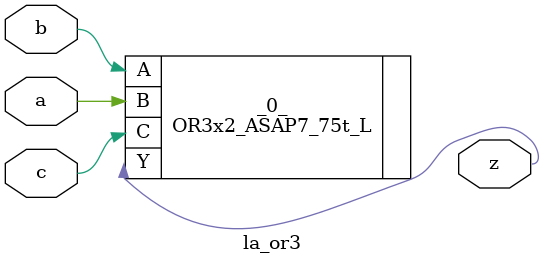
<source format=v>
/* Generated by Yosys 0.37 (git sha1 a5c7f69ed, clang 14.0.0-1ubuntu1.1 -fPIC -Os) */

module la_or3(a, b, c, z);
  input a;
  wire a;
  input b;
  wire b;
  input c;
  wire c;
  output z;
  wire z;
  OR3x2_ASAP7_75t_L _0_ (
    .A(b),
    .B(a),
    .C(c),
    .Y(z)
  );
endmodule

</source>
